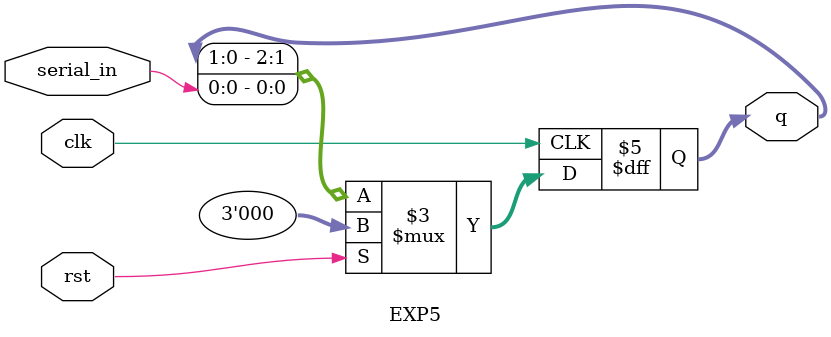
<source format=v>
module EXP5 (
    input  wire clk,     // clock input
    input  wire rst,     // synchronous reset
    input  wire serial_in, // serial data input
    output reg  [2:0] q   // 3-bit register output
);

always @(posedge clk) begin
    if (rst)
        q <= 3'b000;          // reset all bits
    else
        q <= {q[1:0], serial_in}; // shift left
end

endmodule

</source>
